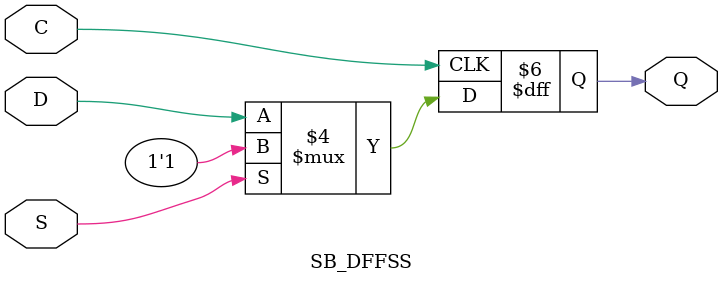
<source format=v>
module SB_DFFSS (output Q, input C, S, D);
	reg Q = 0;
	always @(posedge C)
		if (S)
			Q <= 1;
		else
			Q <= D;
endmodule

</source>
